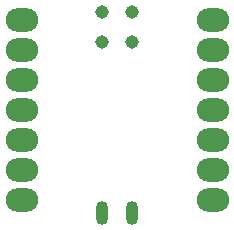
<source format=gbr>
%TF.GenerationSoftware,KiCad,Pcbnew,(6.0.4)*%
%TF.CreationDate,2022-05-16T19:34:58+01:00*%
%TF.ProjectId,Macropad v2,4d616372-6f70-4616-9420-76322e6b6963,rev?*%
%TF.SameCoordinates,Original*%
%TF.FileFunction,Paste,Bot*%
%TF.FilePolarity,Positive*%
%FSLAX46Y46*%
G04 Gerber Fmt 4.6, Leading zero omitted, Abs format (unit mm)*
G04 Created by KiCad (PCBNEW (6.0.4)) date 2022-05-16 19:34:58*
%MOMM*%
%LPD*%
G01*
G04 APERTURE LIST*
%ADD10O,2.748280X1.998980*%
%ADD11O,1.016000X2.032000*%
%ADD12C,1.143000*%
G04 APERTURE END LIST*
D10*
%TO.C,U1*%
X149665820Y-49682947D03*
X149665820Y-52222947D03*
X149665820Y-54762947D03*
X149665820Y-57302947D03*
X149665820Y-59842947D03*
X149665820Y-62382947D03*
X149665820Y-64922947D03*
X133501260Y-64922947D03*
X133501260Y-62382947D03*
X133501260Y-59842947D03*
X133501260Y-57302947D03*
X133501260Y-54762947D03*
X133501260Y-52222947D03*
X133501260Y-49682947D03*
D11*
X142798940Y-66000767D03*
X140248940Y-66000767D03*
D12*
X142800137Y-48996580D03*
X140260137Y-48996580D03*
X142800137Y-51536580D03*
X140260137Y-51536580D03*
%TD*%
M02*

</source>
